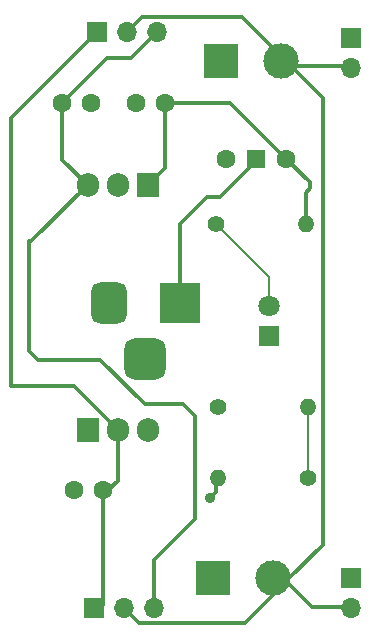
<source format=gtl>
%TF.GenerationSoftware,KiCad,Pcbnew,8.0.1*%
%TF.CreationDate,2024-05-08T09:38:19-07:00*%
%TF.ProjectId,breadboard-power-supply,62726561-6462-46f6-9172-642d706f7765,rev?*%
%TF.SameCoordinates,Original*%
%TF.FileFunction,Copper,L1,Top*%
%TF.FilePolarity,Positive*%
%FSLAX46Y46*%
G04 Gerber Fmt 4.6, Leading zero omitted, Abs format (unit mm)*
G04 Created by KiCad (PCBNEW 8.0.1) date 2024-05-08 09:38:19*
%MOMM*%
%LPD*%
G01*
G04 APERTURE LIST*
G04 Aperture macros list*
%AMRoundRect*
0 Rectangle with rounded corners*
0 $1 Rounding radius*
0 $2 $3 $4 $5 $6 $7 $8 $9 X,Y pos of 4 corners*
0 Add a 4 corners polygon primitive as box body*
4,1,4,$2,$3,$4,$5,$6,$7,$8,$9,$2,$3,0*
0 Add four circle primitives for the rounded corners*
1,1,$1+$1,$2,$3*
1,1,$1+$1,$4,$5*
1,1,$1+$1,$6,$7*
1,1,$1+$1,$8,$9*
0 Add four rect primitives between the rounded corners*
20,1,$1+$1,$2,$3,$4,$5,0*
20,1,$1+$1,$4,$5,$6,$7,0*
20,1,$1+$1,$6,$7,$8,$9,0*
20,1,$1+$1,$8,$9,$2,$3,0*%
G04 Aperture macros list end*
%TA.AperFunction,ComponentPad*%
%ADD10R,3.500000X3.500000*%
%TD*%
%TA.AperFunction,ComponentPad*%
%ADD11RoundRect,0.750000X-0.750000X-1.000000X0.750000X-1.000000X0.750000X1.000000X-0.750000X1.000000X0*%
%TD*%
%TA.AperFunction,ComponentPad*%
%ADD12RoundRect,0.875000X-0.875000X-0.875000X0.875000X-0.875000X0.875000X0.875000X-0.875000X0.875000X0*%
%TD*%
%TA.AperFunction,ComponentPad*%
%ADD13O,1.700000X1.700000*%
%TD*%
%TA.AperFunction,ComponentPad*%
%ADD14R,1.700000X1.700000*%
%TD*%
%TA.AperFunction,ComponentPad*%
%ADD15C,1.600000*%
%TD*%
%TA.AperFunction,ComponentPad*%
%ADD16C,3.000000*%
%TD*%
%TA.AperFunction,ComponentPad*%
%ADD17R,3.000000X3.000000*%
%TD*%
%TA.AperFunction,ComponentPad*%
%ADD18C,1.400000*%
%TD*%
%TA.AperFunction,ComponentPad*%
%ADD19O,1.400000X1.400000*%
%TD*%
%TA.AperFunction,ComponentPad*%
%ADD20R,1.905000X2.000000*%
%TD*%
%TA.AperFunction,ComponentPad*%
%ADD21O,1.905000X2.000000*%
%TD*%
%TA.AperFunction,ComponentPad*%
%ADD22C,1.800000*%
%TD*%
%TA.AperFunction,ComponentPad*%
%ADD23R,1.800000X1.800000*%
%TD*%
%TA.AperFunction,ComponentPad*%
%ADD24R,1.500000X1.500000*%
%TD*%
%TA.AperFunction,ViaPad*%
%ADD25C,0.900000*%
%TD*%
%TA.AperFunction,Conductor*%
%ADD26C,0.350000*%
%TD*%
%TA.AperFunction,Conductor*%
%ADD27C,0.200000*%
%TD*%
G04 APERTURE END LIST*
D10*
%TO.P,J6,1*%
%TO.N,/PWR_input*%
X81250000Y-77750000D03*
D11*
%TO.P,J6,2*%
%TO.N,GND*%
X75250000Y-77750000D03*
D12*
%TO.P,J6,3*%
X78250000Y-82450000D03*
%TD*%
D13*
%TO.P,J3,3,Pin_3*%
%TO.N,/5V*%
X79290000Y-54750000D03*
%TO.P,J3,2,Pin_2*%
%TO.N,/PWR_output*%
X76750000Y-54750000D03*
D14*
%TO.P,J3,1,Pin_1*%
%TO.N,/3.3V*%
X74210000Y-54750000D03*
%TD*%
D15*
%TO.P,C3,1*%
%TO.N,/3.3V*%
X74750000Y-93500000D03*
%TO.P,C3,2*%
%TO.N,GND*%
X72250000Y-93500000D03*
%TD*%
D16*
%TO.P,J7,2,Pin_2*%
%TO.N,/PWR_output*%
X89080000Y-101000000D03*
D17*
%TO.P,J7,1,Pin_1*%
%TO.N,GND*%
X84000000Y-101000000D03*
%TD*%
D18*
%TO.P,R1,1*%
%TO.N,Net-(D1-A)*%
X84250000Y-71000000D03*
D19*
%TO.P,R1,2*%
%TO.N,/12V*%
X91870000Y-71000000D03*
%TD*%
D13*
%TO.P,J4,3,Pin_3*%
%TO.N,/5V*%
X79055000Y-103500000D03*
%TO.P,J4,2,Pin_2*%
%TO.N,/PWR_output*%
X76515000Y-103500000D03*
D14*
%TO.P,J4,1,Pin_1*%
%TO.N,/3.3V*%
X73975000Y-103500000D03*
%TD*%
D15*
%TO.P,C1,1*%
%TO.N,/12V*%
X80000000Y-60750000D03*
%TO.P,C1,2*%
%TO.N,GND*%
X77500000Y-60750000D03*
%TD*%
D20*
%TO.P,U1,1,VI*%
%TO.N,/12V*%
X78500000Y-67750000D03*
D21*
%TO.P,U1,2,GND*%
%TO.N,GND*%
X75960000Y-67750000D03*
%TO.P,U1,3,VO*%
%TO.N,/5V*%
X73420000Y-67750000D03*
%TD*%
D22*
%TO.P,D1,2,A*%
%TO.N,Net-(D1-A)*%
X88750000Y-77960000D03*
D23*
%TO.P,D1,1,K*%
%TO.N,GND*%
X88750000Y-80500000D03*
%TD*%
D15*
%TO.P,C2,1*%
%TO.N,/5V*%
X71250000Y-60750000D03*
%TO.P,C2,2*%
%TO.N,GND*%
X73750000Y-60750000D03*
%TD*%
D18*
%TO.P,R3,1*%
%TO.N,GND*%
X84440000Y-86500000D03*
D19*
%TO.P,R3,2*%
%TO.N,Net-(U2-ADJ)*%
X92060000Y-86500000D03*
%TD*%
%TO.P,R2,2*%
%TO.N,/3.3V*%
X84440000Y-92500000D03*
D18*
%TO.P,R2,1*%
%TO.N,Net-(U2-ADJ)*%
X92060000Y-92500000D03*
%TD*%
D13*
%TO.P,J1,2,Pin_2*%
%TO.N,/PWR_output*%
X95750000Y-103515000D03*
D14*
%TO.P,J1,1,Pin_1*%
%TO.N,GND*%
X95750000Y-100975000D03*
%TD*%
D24*
%TO.P,SW1,1,1*%
%TO.N,/PWR_input*%
X87710000Y-65500000D03*
D15*
%TO.P,SW1,2,2*%
%TO.N,/12V*%
X90250000Y-65500000D03*
%TO.P,SW1,3,3*%
%TO.N,unconnected-(SW1-Pad3)*%
X85170000Y-65500000D03*
%TD*%
D16*
%TO.P,J5,2,Pin_2*%
%TO.N,/PWR_output*%
X89830000Y-57250000D03*
D17*
%TO.P,J5,1,Pin_1*%
%TO.N,GND*%
X84750000Y-57250000D03*
%TD*%
D20*
%TO.P,U2,1,ADJ*%
%TO.N,Net-(U2-ADJ)*%
X73420000Y-88500000D03*
D21*
%TO.P,U2,2,VO*%
%TO.N,/3.3V*%
X75960000Y-88500000D03*
%TO.P,U2,3,VI*%
%TO.N,/12V*%
X78500000Y-88500000D03*
%TD*%
D13*
%TO.P,J2,2,Pin_2*%
%TO.N,/PWR_output*%
X95750000Y-57790000D03*
D14*
%TO.P,J2,1,Pin_1*%
%TO.N,GND*%
X95750000Y-55250000D03*
%TD*%
D25*
%TO.N,/3.3V*%
X83750000Y-94250000D03*
%TD*%
D26*
%TO.N,/PWR_output*%
X92440000Y-103440000D02*
X95730000Y-103440000D01*
X95758000Y-57648000D02*
X90228000Y-57648000D01*
D27*
%TO.N,Net-(D1-A)*%
X88750000Y-75500000D02*
X88750000Y-77960000D01*
X84250000Y-71000000D02*
X88750000Y-75500000D01*
D26*
%TO.N,/PWR_input*%
X81250000Y-71000000D02*
X81250000Y-77750000D01*
X84605000Y-68750000D02*
X83500000Y-68750000D01*
X87710000Y-65645000D02*
X84605000Y-68750000D01*
X83500000Y-68750000D02*
X81250000Y-71000000D01*
X87710000Y-65500000D02*
X87710000Y-65645000D01*
%TO.N,/PWR_output*%
X89830000Y-56830000D02*
X89830000Y-57250000D01*
X86475000Y-53475000D02*
X89830000Y-56830000D01*
X76750000Y-54750000D02*
X78025000Y-53475000D01*
X90228000Y-57648000D02*
X89830000Y-57250000D01*
X78025000Y-53475000D02*
X86475000Y-53475000D01*
X90250000Y-57250000D02*
X89830000Y-57250000D01*
X93325000Y-98175000D02*
X93325000Y-60325000D01*
X90500000Y-101000000D02*
X93325000Y-98175000D01*
X93325000Y-60325000D02*
X90250000Y-57250000D01*
X89080000Y-101000000D02*
X90500000Y-101000000D01*
X89080000Y-101000000D02*
X90000000Y-101000000D01*
X86725000Y-104775000D02*
X89080000Y-102420000D01*
X89080000Y-102420000D02*
X89080000Y-101000000D01*
X77775000Y-104775000D02*
X86725000Y-104775000D01*
X76515000Y-103515000D02*
X77775000Y-104775000D01*
X76515000Y-103500000D02*
X76515000Y-103515000D01*
X90000000Y-101000000D02*
X92440000Y-103440000D01*
%TO.N,/3.3V*%
X74750000Y-103250000D02*
X74750000Y-93500000D01*
X74000000Y-103500000D02*
X74250000Y-103750000D01*
X73975000Y-103500000D02*
X74000000Y-103500000D01*
X74250000Y-103750000D02*
X74750000Y-103250000D01*
X75960000Y-92790000D02*
X75960000Y-88500000D01*
X75000000Y-93750000D02*
X75960000Y-92790000D01*
X74750000Y-93500000D02*
X75000000Y-93750000D01*
X84250000Y-93750000D02*
X83750000Y-94250000D01*
X84250000Y-92500000D02*
X84250000Y-93750000D01*
X84440000Y-92500000D02*
X84250000Y-92500000D01*
D27*
%TO.N,Net-(U2-ADJ)*%
X92060000Y-86500000D02*
X92060000Y-92500000D01*
D26*
%TO.N,/5V*%
X73420000Y-67750000D02*
X68670000Y-72500000D01*
X68670000Y-72500000D02*
X68500000Y-72500000D01*
X81500000Y-86250000D02*
X82500000Y-87250000D01*
X78250000Y-86250000D02*
X81500000Y-86250000D01*
X68500000Y-72500000D02*
X68500000Y-81750000D01*
X79055000Y-99445000D02*
X79055000Y-103500000D01*
X74500000Y-82500000D02*
X78250000Y-86250000D01*
X82500000Y-87250000D02*
X82500000Y-96000000D01*
X68500000Y-81750000D02*
X69250000Y-82500000D01*
X69250000Y-82500000D02*
X74500000Y-82500000D01*
X82500000Y-96000000D02*
X79055000Y-99445000D01*
%TO.N,/12V*%
X92250000Y-68000000D02*
X91870000Y-68380000D01*
X91870000Y-68380000D02*
X91870000Y-71000000D01*
X92250000Y-67500000D02*
X92250000Y-68000000D01*
X90250000Y-65500000D02*
X92250000Y-67500000D01*
X85500000Y-60750000D02*
X80000000Y-60750000D01*
X90250000Y-65500000D02*
X85500000Y-60750000D01*
X80000000Y-66250000D02*
X78500000Y-67750000D01*
%TO.N,unconnected-(SW1-Pad3)*%
X84750000Y-65500000D02*
X85170000Y-65500000D01*
%TO.N,/12V*%
X80000000Y-60750000D02*
X80000000Y-66250000D01*
%TO.N,/5V*%
X79290000Y-54750000D02*
X77097588Y-56942412D01*
X71250000Y-65580000D02*
X73420000Y-67750000D01*
X75057588Y-56942412D02*
X71250000Y-60750000D01*
X71250000Y-60750000D02*
X71250000Y-65580000D01*
X77097588Y-56942412D02*
X75057588Y-56942412D01*
%TO.N,/3.3V*%
X66925000Y-84750000D02*
X72257500Y-84750000D01*
X74210000Y-54750000D02*
X66925000Y-62035000D01*
X72257500Y-84750000D02*
X75960000Y-88452500D01*
X66925000Y-62035000D02*
X66925000Y-84750000D01*
X75960000Y-88452500D02*
X75960000Y-88500000D01*
%TD*%
M02*

</source>
